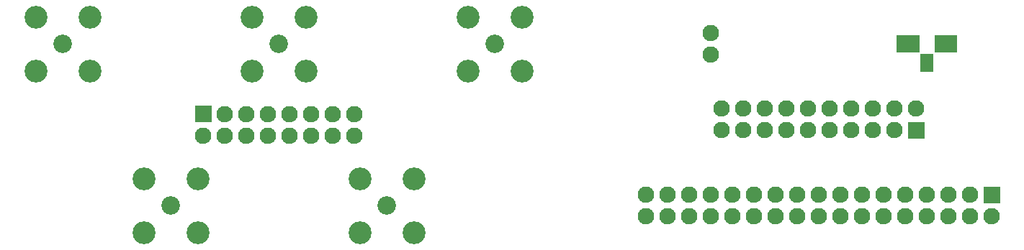
<source format=gbr>
G04 start of page 6 for group -4063 idx -4063 *
G04 Title: (unknown), componentmask *
G04 Creator: pcb 20140316 *
G04 CreationDate: Tue 28 Aug 2018 05:59:29 PM GMT UTC *
G04 For: thomasc *
G04 Format: Gerber/RS-274X *
G04 PCB-Dimensions (mil): 5300.00 1250.00 *
G04 PCB-Coordinate-Origin: lower left *
%MOIN*%
%FSLAX25Y25*%
%LNTOPMASK*%
%ADD43R,0.0600X0.0600*%
%ADD42R,0.0800X0.0800*%
%ADD41C,0.0001*%
%ADD40C,0.1060*%
%ADD39C,0.0860*%
%ADD38C,0.0760*%
G54D38*X155000Y57500D03*
Y67500D03*
X165000Y57500D03*
X175000D03*
X165000Y67500D03*
X175000D03*
G54D39*X40000Y100000D03*
G54D40*X27500Y112500D03*
Y87500D03*
X52500Y112500D03*
Y87500D03*
G54D38*X105000Y57500D03*
G54D41*G36*
X101200Y71300D02*Y63700D01*
X108800D01*
Y71300D01*
X101200D01*
G37*
G54D38*X115000Y57500D03*
Y67500D03*
X125000Y57500D03*
Y67500D03*
X135000Y57500D03*
Y67500D03*
X145000Y57500D03*
Y67500D03*
G54D39*X140000Y100000D03*
G54D40*X127500Y112500D03*
X152500D03*
Y87500D03*
X127500D03*
G54D39*X90000Y25000D03*
G54D40*X77500Y37500D03*
X102500D03*
Y12500D03*
X77500D03*
G54D39*X240000Y100000D03*
G54D40*X227500Y112500D03*
Y87500D03*
X252500Y112500D03*
Y87500D03*
G54D39*X190000Y25000D03*
G54D40*X177500Y37500D03*
X202500D03*
Y12500D03*
X177500D03*
G54D38*X470000Y20000D03*
G54D41*G36*
X466200Y33800D02*Y26200D01*
X473800D01*
Y33800D01*
X466200D01*
G37*
G54D38*X460000Y20000D03*
Y30000D03*
X435000Y70000D03*
X425000D03*
X415000D03*
X405000D03*
G54D41*G36*
X431200Y63800D02*Y56200D01*
X438800D01*
Y63800D01*
X431200D01*
G37*
G54D38*X425000Y60000D03*
X415000D03*
X405000D03*
X450000Y20000D03*
X440000D03*
X430000D03*
X450000Y30000D03*
X440000D03*
X430000D03*
X420000D03*
X410000D03*
X400000D03*
X420000Y20000D03*
X410000D03*
X400000D03*
X390000D03*
Y30000D03*
X380000Y20000D03*
X370000D03*
X360000D03*
X380000Y30000D03*
X370000D03*
X360000D03*
X350000D03*
X340000D03*
X330000D03*
X350000Y20000D03*
X340000D03*
X330000D03*
X320000D03*
Y30000D03*
X310000D03*
X340000Y95000D03*
Y105000D03*
X310000Y20000D03*
X395000Y70000D03*
Y60000D03*
X385000Y70000D03*
Y60000D03*
X375000Y70000D03*
Y60000D03*
X365000Y70000D03*
Y60000D03*
X355000D03*
X345000D03*
X355000Y70000D03*
X345000D03*
G54D42*X430000Y100000D02*X432500D01*
X447500D02*X450000D01*
G54D43*X440000Y92500D02*Y90000D01*
M02*

</source>
